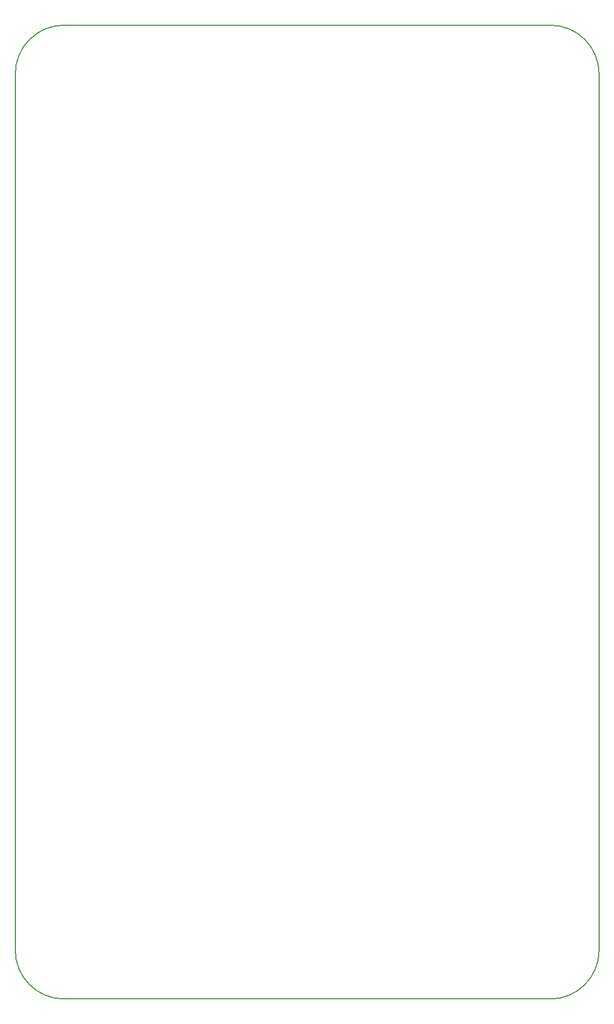
<source format=gm1>
%TF.GenerationSoftware,KiCad,Pcbnew,7.0.5*%
%TF.CreationDate,2024-01-08T18:30:08+10:00*%
%TF.ProjectId,HEXCORE PCB Design v1,48455843-4f52-4452-9050-434220446573,rev?*%
%TF.SameCoordinates,Original*%
%TF.FileFunction,Profile,NP*%
%FSLAX46Y46*%
G04 Gerber Fmt 4.6, Leading zero omitted, Abs format (unit mm)*
G04 Created by KiCad (PCBNEW 7.0.5) date 2024-01-08 18:30:08*
%MOMM*%
%LPD*%
G01*
G04 APERTURE LIST*
%TA.AperFunction,Profile*%
%ADD10C,0.200000*%
%TD*%
G04 APERTURE END LIST*
D10*
X125000000Y-40000000D02*
G75*
G03*
X117500000Y-32500000I-7500000J0D01*
G01*
X42500000Y-32500000D02*
X117500000Y-32500000D01*
X125000000Y-40000000D02*
X125000000Y-175000000D01*
X117500000Y-182500000D02*
X42500000Y-182500000D01*
X35000000Y-175000000D02*
X35000000Y-40000000D01*
X42500000Y-32500000D02*
G75*
G03*
X35000000Y-40000000I0J-7500000D01*
G01*
X35000000Y-175000000D02*
G75*
G03*
X42500000Y-182500000I7500000J0D01*
G01*
X117500000Y-182500000D02*
G75*
G03*
X125000000Y-175000000I0J7500000D01*
G01*
M02*

</source>
